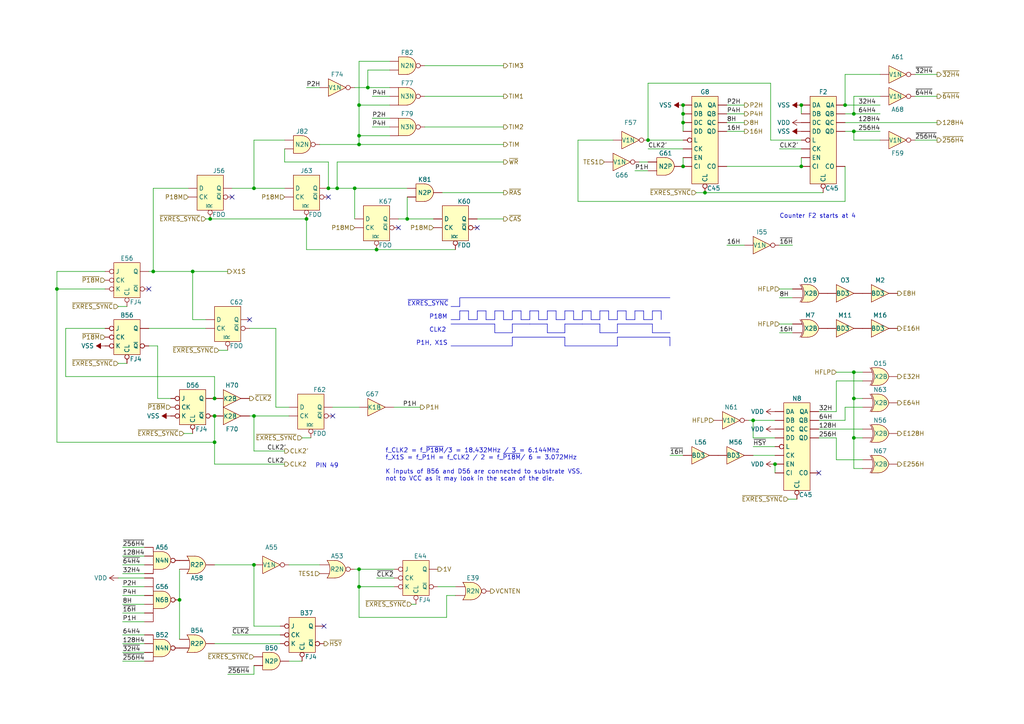
<source format=kicad_sch>
(kicad_sch (version 20230121) (generator eeschema)
  (paper "A4")
  (title_block (title "Konami 007782") (date "2023-08-09") (company "Ulf Skutnabba, twitter: @skutis77"))
  (lib_symbols
    (symbol "ga_fujitsu_av:BD3"
      (property "Reference" "U" (at 0 3.81 0))
      (property "Value" "BD3" (at -0.635 0 0))
      (symbol "BD3_1_1"
        (polyline (pts (xy -2.54 2.54) (xy -2.54 -2.54) (xy 2.54 0) (xy -2.54 2.54)) (fill (type background)))
        (pin input line (at -5.08 0 0) (length 2.54) (name "") (number ""))
        (pin output line (at 5.08 0 180) (length 2.54) (name "") (number ""))
      )
    )
    (symbol "ga_fujitsu_av:C45"
      (property "Reference" "U" (at 0 13.97 0))
      (property "Value" "C45" (at 2.54 -13.97 0))
      (symbol "C45_1_1"
        (rectangle (start -3.81 12.7) (end 3.81 -12.7) (fill (type background)))
        (pin input line (at -6.35 -7.62 0) (length 2.54) (name "CI") (number ""))
        (pin input line (at -6.35 -2.54 0) (length 2.54) (name "CK") (number ""))
        (pin input inverted (at 0 -15.24 90) (length 2.54) (name "CL") (number ""))
        (pin output line (at 6.35 -7.62 180) (length 2.54) (name "CO") (number ""))
        (pin input line (at -6.35 10.16 0) (length 2.54) (name "DA") (number ""))
        (pin input line (at -6.35 7.62 0) (length 2.54) (name "DB") (number ""))
        (pin input line (at -6.35 5.08 0) (length 2.54) (name "DC") (number ""))
        (pin input line (at -6.35 2.54 0) (length 2.54) (name "DD") (number ""))
        (pin input line (at -6.35 -5.08 0) (length 2.54) (name "EN") (number ""))
        (pin input inverted (at -6.35 0 0) (length 2.54) (name "L") (number ""))
        (pin output line (at 6.35 10.16 180) (length 2.54) (name "QA") (number ""))
        (pin output line (at 6.35 7.62 180) (length 2.54) (name "QB") (number ""))
        (pin output line (at 6.35 5.08 180) (length 2.54) (name "QC") (number ""))
        (pin output line (at 6.35 2.54 180) (length 2.54) (name "QD") (number ""))
      )
    )
    (symbol "ga_fujitsu_av:FDO"
      (property "Reference" "U" (at 2.54 6.35 0))
      (property "Value" "FDO" (at 2.54 -6.35 0))
      (symbol "FDO_1_1"
        (rectangle (start -3.81 5.08) (end 3.81 -5.08) (fill (type background)))
        (pin input line (at -6.35 -1.27 0) (length 2.54) (name "CK") (number ""))
        (pin input line (at -6.35 1.27 0) (length 2.54) (name "D") (number ""))
        (pin output line (at 6.35 1.27 180) (length 2.54) (name "Q") (number ""))
        (pin output inverted (at 6.35 -1.27 180) (length 2.54) (name "~{Q}") (number ""))
        (pin input inverted (at 0 -7.62 90) (length 2.54) (name "~{R}") (number ""))
      )
    )
    (symbol "ga_fujitsu_av:FJ4"
      (property "Reference" "U" (at 1.27 5.08 0))
      (property "Value" "FJ4" (at 2.54 -7.62 0))
      (symbol "FJ4_1_1"
        (rectangle (start -3.81 3.81) (end 3.81 -6.35) (fill (type background)))
        (pin input inverted (at -6.35 -1.27 0) (length 2.54) (name "CK") (number ""))
        (pin input inverted (at 0 -8.89 90) (length 2.54) (name "CL") (number ""))
        (pin input inverted (at -6.35 1.27 0) (length 2.54) (name "J") (number ""))
        (pin input inverted (at -6.35 -3.81 0) (length 2.54) (name "K") (number ""))
        (pin output line (at 6.35 1.27 180) (length 2.54) (name "Q") (number ""))
        (pin output inverted (at 6.35 -3.81 180) (length 2.54) (name "~{Q}") (number ""))
      )
    )
    (symbol "ga_fujitsu_av:K1B"
      (property "Reference" "U" (at -1.27 3.81 0))
      (property "Value" "K1B" (at -0.6412 -0.0298 0))
      (symbol "K1B_1_1"
        (polyline (pts (xy -2.54 2.54) (xy -2.54 -2.54) (xy 2.54 0) (xy -2.54 2.54)) (fill (type background)))
        (pin input line (at -5.08 0 0) (length 2.54) (name "") (number ""))
        (pin output line (at 5.08 0 180) (length 2.54) (name "") (number ""))
      )
    )
    (symbol "ga_fujitsu_av:K2B"
      (property "Reference" "U" (at 0 3.81 0))
      (property "Value" "K2B" (at -0.5535 -0.0832 0))
      (symbol "K2B_1_1"
        (polyline (pts (xy -2.54 2.54) (xy -2.54 -2.54) (xy 2.54 0) (xy -2.54 2.54)) (fill (type background)))
        (pin input line (at -5.08 0 0) (length 2.54) (name "") (number ""))
        (pin output line (at 5.08 0 180) (length 2.54) (name "") (number ""))
      )
    )
    (symbol "ga_fujitsu_av:N2N"
      (property "Reference" "U" (at 0 3.81 0))
      (property "Value" "N2N" (at 0 0 0))
      (symbol "N2N_1_1"
        (arc (start 0 -2.54) (mid 1.7263 -1.7263) (end 2.54 0) (fill (type background)))
        (polyline (pts (xy 0 2.54) (xy -2.54 2.54) (xy -2.54 -2.54) (xy 0 -2.54)) (fill (type background)))
        (arc (start 2.54 0) (mid 1.7961 1.7961) (end 0 2.54) (fill (type background)))
        (pin input line (at -5.08 -1.27 0) (length 2.54) (name "") (number ""))
        (pin input line (at -5.08 1.27 0) (length 2.54) (name "") (number ""))
        (pin output inverted (at 5.08 0 180) (length 2.54) (name "") (number ""))
      )
    )
    (symbol "ga_fujitsu_av:N2P"
      (property "Reference" "U" (at 0 3.81 0))
      (property "Value" "N2P" (at 0 0 0))
      (symbol "N2P_1_1"
        (arc (start 0 -2.54) (mid 1.7263 -1.7263) (end 2.54 0) (fill (type background)))
        (polyline (pts (xy 0 2.54) (xy -2.54 2.54) (xy -2.54 -2.54) (xy 0 -2.54)) (fill (type background)))
        (arc (start 2.54 0) (mid 1.7961 1.7961) (end 0 2.54) (fill (type background)))
        (pin input line (at -5.08 -1.27 0) (length 2.54) (name "") (number ""))
        (pin input line (at -5.08 1.27 0) (length 2.54) (name "") (number ""))
        (pin output line (at 5.08 0 180) (length 2.54) (name "") (number ""))
      )
    )
    (symbol "ga_fujitsu_av:N3N"
      (property "Reference" "U" (at -1.27 3.81 0))
      (property "Value" "N3N" (at 2.54 3.81 0))
      (symbol "N3N_1_1"
        (arc (start 0 -2.54) (mid 1.7263 -1.7263) (end 2.54 0) (fill (type background)))
        (polyline (pts (xy 0 2.54) (xy -2.54 2.54) (xy -2.54 -2.54) (xy 0 -2.54)) (fill (type background)))
        (arc (start 2.54 0) (mid 1.7961 1.7961) (end 0 2.54) (fill (type background)))
        (pin input line (at -5.08 -2.54 0) (length 2.54) (name "") (number ""))
        (pin input line (at -5.08 0 0) (length 2.54) (name "") (number ""))
        (pin input line (at -5.08 2.54 0) (length 2.54) (name "") (number ""))
        (pin output inverted (at 5.08 0 180) (length 2.54) (name "") (number ""))
      )
    )
    (symbol "ga_fujitsu_av:N4N"
      (property "Reference" "U" (at 1.27 3.81 0))
      (property "Value" "N4N" (at 1.27 0 0))
      (symbol "N4N_0_1"
        (polyline (pts (xy -1.27 -2.54) (xy -1.27 -3.81)))
        (polyline (pts (xy -1.27 2.54) (xy -1.27 3.81)))
      )
      (symbol "N4N_1_1"
        (polyline (pts (xy 1.27 2.54) (xy -1.27 2.54) (xy -1.27 -2.54) (xy 1.27 -2.54)) (fill (type background)))
        (arc (start 1.27 -2.54) (mid 2.9963 -1.7263) (end 3.81 0) (fill (type background)))
        (arc (start 3.81 0) (mid 3.0661 1.7961) (end 1.27 2.54) (fill (type background)))
        (pin input line (at -3.81 -3.81 0) (length 2.54) (name "") (number ""))
        (pin input line (at -3.81 -1.27 0) (length 2.54) (name "") (number ""))
        (pin input line (at -3.81 1.27 0) (length 2.54) (name "") (number ""))
        (pin input line (at -3.81 3.81 0) (length 2.54) (name "") (number ""))
        (pin output inverted (at 6.35 0 180) (length 2.54) (name "") (number ""))
      )
    )
    (symbol "ga_fujitsu_av:N6B"
      (property "Reference" "U" (at 1.27 3.81 0))
      (property "Value" "N6B" (at 2.54 0 0))
      (symbol "N6B_0_1"
        (polyline (pts (xy 0 -6.35) (xy 0 6.35)))
      )
      (symbol "N6B_1_1"
        (polyline (pts (xy 2.54 2.54) (xy 0 2.54) (xy 0 -2.54) (xy 2.54 -2.54)) (fill (type background)))
        (arc (start 2.54 -2.54) (mid 4.2663 -1.7263) (end 5.08 0) (fill (type background)))
        (arc (start 5.08 0) (mid 4.3361 1.7961) (end 2.54 2.54) (fill (type background)))
        (pin input line (at -2.54 -6.35 0) (length 2.54) (name "") (number ""))
        (pin input line (at -2.54 -3.81 0) (length 2.54) (name "") (number ""))
        (pin input line (at -2.54 -1.27 0) (length 2.54) (name "") (number ""))
        (pin input line (at -2.54 1.27 0) (length 2.54) (name "") (number ""))
        (pin input line (at -2.54 3.81 0) (length 2.54) (name "") (number ""))
        (pin input line (at -2.54 6.35 0) (length 2.54) (name "") (number ""))
        (pin output inverted (at 7.62 0 180) (length 2.54) (name "") (number ""))
      )
    )
    (symbol "ga_fujitsu_av:R2N"
      (property "Reference" "U" (at 0 3.81 0))
      (property "Value" "R2N" (at 0 0 0))
      (symbol "R2N_1_1"
        (arc (start -2.9127 -2.5398) (mid -2.0762 0.0001) (end -2.9129 2.54))
        (arc (start -0.635 -2.54) (mid 1.3992 -1.8283) (end 2.54 0) (fill (type background)))
        (polyline (pts (xy -0.635 -2.54) (xy -2.921 -2.54)) (fill (type outline)))
        (polyline (pts (xy -0.635 2.54) (xy -2.921 2.54)) (fill (type background)))
        (polyline (pts (xy -0.635 2.54) (xy -2.921 2.54) (xy -2.54 1.905) (xy -2.286 1.27) (xy -2.159 0.762) (xy -2.1082 0.4572) (xy -2.0828 0.1778) (xy -2.0828 -0.127) (xy -2.1336 -0.6604) (xy -2.2098 -1.016) (xy -2.3114 -1.3716) (xy -2.4384 -1.6764) (xy -2.6162 -2.0574) (xy -2.794 -2.3368) (xy -2.921 -2.54) (xy -0.635 -2.54)) (stroke (width -0.0001)) (fill (type background)))
        (arc (start 2.54 0) (mid 1.3994 1.8287) (end -0.635 2.54) (fill (type background)))
        (pin input line (at -5.08 -1.27 0) (length 2.794) (name "") (number ""))
        (pin input line (at -5.08 1.27 0) (length 2.794) (name "") (number ""))
        (pin output inverted (at 5.08 0 180) (length 2.54) (name "") (number ""))
      )
    )
    (symbol "ga_fujitsu_av:R2P"
      (property "Reference" "U" (at 0 3.81 0))
      (property "Value" "R2P" (at 0 0 0))
      (symbol "R2P_1_1"
        (arc (start -2.9127 -2.5398) (mid -2.0762 0.0001) (end -2.9129 2.54))
        (arc (start -0.635 -2.54) (mid 1.3992 -1.8283) (end 2.54 0) (fill (type background)))
        (polyline (pts (xy -0.635 -2.54) (xy -2.921 -2.54)) (fill (type outline)))
        (polyline (pts (xy -0.635 2.54) (xy -2.921 2.54)) (fill (type background)))
        (polyline (pts (xy -0.635 2.54) (xy -2.921 2.54) (xy -2.54 1.905) (xy -2.286 1.27) (xy -2.159 0.762) (xy -2.1082 0.4572) (xy -2.0828 0.1778) (xy -2.0828 -0.127) (xy -2.1336 -0.6604) (xy -2.2098 -1.016) (xy -2.3114 -1.3716) (xy -2.4384 -1.6764) (xy -2.6162 -2.0574) (xy -2.794 -2.3368) (xy -2.921 -2.54) (xy -0.635 -2.54)) (stroke (width -0.0001)) (fill (type background)))
        (arc (start 2.54 0) (mid 1.3994 1.8287) (end -0.635 2.54) (fill (type background)))
        (pin input line (at -5.08 -1.27 0) (length 2.794) (name "") (number ""))
        (pin input line (at -5.08 1.27 0) (length 2.794) (name "") (number ""))
        (pin output line (at 5.08 0 180) (length 2.54) (name "") (number ""))
      )
    )
    (symbol "ga_fujitsu_av:V1N"
      (property "Reference" "U" (at 0 2.54 0))
      (property "Value" "V1N" (at 0 -3.81 0))
      (symbol "V1N_1_1"
        (polyline (pts (xy -2.54 2.54) (xy -2.54 -2.54) (xy 2.54 0) (xy -2.54 2.54)) (fill (type background)))
        (pin input line (at -5.08 0 0) (length 2.54) (name "") (number ""))
        (pin output inverted (at 5.08 0 180) (length 2.54) (name "") (number ""))
      )
    )
    (symbol "ga_fujitsu_av:X2B"
      (property "Reference" "U" (at 0 3.81 0))
      (property "Value" "X2B" (at 0.254 0 0))
      (symbol "X2B_1_1"
        (arc (start -2.9127 -2.5398) (mid -2.0762 0.0001) (end -2.9129 2.54))
        (arc (start -2.54 -2.54) (mid -1.7035 -0.0001) (end -2.5402 2.5398))
        (arc (start -0.635 -2.54) (mid 1.3992 -1.8283) (end 2.54 0) (fill (type background)))
        (polyline (pts (xy -0.635 -2.54) (xy -2.54 -2.54)) (fill (type outline)))
        (polyline (pts (xy -0.635 2.54) (xy -2.54 2.54)) (fill (type background)))
        (polyline (pts (xy -0.635 2.54) (xy -2.54 2.54) (xy -2.159 1.905) (xy -1.905 1.27) (xy -1.778 0.762) (xy -1.7272 0.4572) (xy -1.7018 0.1778) (xy -1.7018 -0.127) (xy -1.7526 -0.6604) (xy -1.8288 -1.016) (xy -1.9304 -1.3716) (xy -2.0574 -1.6764) (xy -2.2352 -2.0574) (xy -2.413 -2.3368) (xy -2.54 -2.54) (xy -0.635 -2.54)) (stroke (width -0.0001)) (fill (type background)))
        (arc (start 2.54 0) (mid 1.3994 1.8287) (end -0.635 2.54) (fill (type background)))
        (pin input line (at -5.08 -1.27 0) (length 2.794) (name "") (number ""))
        (pin input line (at -5.08 1.27 0) (length 2.794) (name "") (number ""))
        (pin output line (at 5.08 0 180) (length 2.54) (name "") (number ""))
      )
    )
    (symbol "power:VDD" (power) (pin_names (offset 0))
      (property "Value" "VDD" (at 0 3.81 0))
      (symbol "VDD_0_1"
        (polyline (pts (xy -0.762 1.27) (xy 0 2.54)))
        (polyline (pts (xy 0 0) (xy 0 2.54)))
        (polyline (pts (xy 0 2.54) (xy 0.762 1.27)))
      )
      (symbol "VDD_1_1"
        (pin power_in line (at 0 0 90) (length 0) hide (name "VDD") (number "1"))
      )
    )
    (symbol "power:VSS" (power) (pin_names (offset 0))
      (property "Value" "VSS" (at 0 3.81 0))
      (symbol "VSS_0_1"
        (polyline (pts (xy 0 0) (xy 0 2.54)))
        (polyline (pts (xy 0.762 1.27) (xy -0.762 1.27) (xy 0 2.54) (xy 0.762 1.27)) (fill (type outline)))
      )
      (symbol "VSS_1_1"
        (pin power_in line (at 0 0 90) (length 0) hide (name "VSS") (number "1"))
      )
    )
  )
  (junction (at 198.12 30.48))
  (junction (at 198.12 48.26))
  (junction (at 198.12 35.56))
  (junction (at 109.22 72.39))
  (junction (at 118.11 63.5))
  (junction (at 62.23 115.57))
  (junction (at 247.65 107.95))
  (junction (at 104.14 170.18))
  (junction (at 55.88 78.74))
  (junction (at 247.65 33.02))
  (junction (at 73.66 163.83))
  (junction (at 88.9 63.5))
  (junction (at 247.65 38.1))
  (junction (at 204.47 55.88))
  (junction (at 104.14 30.48))
  (junction (at 16.51 83.82))
  (junction (at 247.65 127))
  (junction (at 104.14 41.91))
  (junction (at 95.25 54.61))
  (junction (at 187.96 40.64))
  (junction (at 60.96 63.5))
  (junction (at 232.41 30.48))
  (junction (at 62.23 128.27))
  (junction (at 218.44 121.92))
  (junction (at 104.14 39.37))
  (junction (at 224.79 134.62))
  (junction (at 97.79 54.61))
  (junction (at 245.11 30.48))
  (junction (at 62.23 120.65))
  (junction (at 73.66 54.61))
  (junction (at 102.87 54.61))
  (junction (at 106.68 25.4))
  (junction (at 232.41 48.26))
  (junction (at 198.12 33.02))
  (junction (at 52.07 173.99))
  (junction (at 104.14 165.1))
  (junction (at 44.45 78.74))
  (junction (at 73.66 120.65))
  (junction (at 247.65 115.57))
  (no_connect (at 115.57 66.04))
  (no_connect (at 93.98 181.61))
  (no_connect (at 72.39 92.71))
  (no_connect (at 138.43 66.04))
  (no_connect (at 237.49 137.16))
  (no_connect (at 95.25 57.15))
  (no_connect (at 43.18 83.82))
  (no_connect (at 67.31 57.15))
  (no_connect (at 96.52 120.65))
  (polyline (pts (xy 133.35 88.9) (xy 133.35 86.36)))
  (wire (pts (xy 35.56 170.18) (xy 41.91 170.18)))
  (wire (pts (xy 35.56 175.26) (xy 41.91 175.26)))
  (wire (pts (xy 59.69 63.5) (xy 60.96 63.5)))
  (wire (pts (xy 245.11 30.48) (xy 255.27 30.48)))
  (wire (pts (xy 102.87 54.61) (xy 118.11 54.61)))
  (wire (pts (xy 242.57 119.38) (xy 242.57 110.49)))
  (wire (pts (xy 167.64 58.42) (xy 245.11 58.42)))
  (wire (pts (xy 95.25 54.61) (xy 95.25 46.99)))
  (wire (pts (xy 16.51 83.82) (xy 30.48 83.82)))
  (wire (pts (xy 198.12 33.02) (xy 198.12 35.56)))
  (wire (pts (xy 63.5 101.6) (xy 66.04 101.6)))
  (polyline (pts (xy 184.15 92.71) (xy 184.15 90.17)))
  (polyline (pts (xy 148.59 93.98) (xy 153.67 93.98)))
  (wire (pts (xy 187.96 43.18) (xy 198.12 43.18)))
  (wire (pts (xy 67.31 54.61) (xy 73.66 54.61)))
  (wire (pts (xy 218.44 129.54) (xy 224.79 129.54)))
  (wire (pts (xy 123.19 27.94) (xy 146.05 27.94)))
  (wire (pts (xy 35.56 186.69) (xy 41.91 186.69)))
  (wire (pts (xy 226.06 86.36) (xy 229.87 86.36)))
  (wire (pts (xy 245.11 121.92) (xy 245.11 118.11)))
  (wire (pts (xy 35.56 172.72) (xy 41.91 172.72)))
  (wire (pts (xy 62.23 120.65) (xy 62.23 128.27)))
  (wire (pts (xy 102.87 54.61) (xy 102.87 63.5)))
  (polyline (pts (xy 153.67 90.17) (xy 156.21 90.17)))
  (wire (pts (xy 80.01 118.11) (xy 83.82 118.11)))
  (polyline (pts (xy 179.07 97.79) (xy 194.31 97.79)))
  (wire (pts (xy 242.57 107.95) (xy 247.65 107.95)))
  (wire (pts (xy 52.07 173.99) (xy 52.07 185.42)))
  (wire (pts (xy 201.93 55.88) (xy 204.47 55.88)))
  (polyline (pts (xy 151.13 90.17) (xy 151.13 92.71)))
  (wire (pts (xy 104.14 170.18) (xy 114.3 170.18)))
  (wire (pts (xy 97.79 54.61) (xy 97.79 46.99)))
  (wire (pts (xy 104.14 39.37) (xy 104.14 30.48)))
  (wire (pts (xy 247.65 27.94) (xy 247.65 33.02)))
  (polyline (pts (xy 135.89 92.71) (xy 138.43 92.71)))
  (polyline (pts (xy 148.59 93.98) (xy 148.59 96.52)))
  (polyline (pts (xy 143.51 93.98) (xy 143.51 96.52)))
  (wire (pts (xy 247.65 40.64) (xy 255.27 40.64)))
  (wire (pts (xy 187.96 40.64) (xy 198.12 40.64)))
  (wire (pts (xy 95.25 54.61) (xy 97.79 54.61)))
  (wire (pts (xy 245.11 38.1) (xy 247.65 38.1)))
  (wire (pts (xy 107.95 34.29) (xy 113.03 34.29)))
  (polyline (pts (xy 181.61 92.71) (xy 184.15 92.71)))
  (polyline (pts (xy 186.69 92.71) (xy 189.23 92.71)))
  (wire (pts (xy 55.88 78.74) (xy 55.88 92.71)))
  (polyline (pts (xy 138.43 92.71) (xy 138.43 90.17)))
  (wire (pts (xy 218.44 127) (xy 224.79 127)))
  (wire (pts (xy 35.56 180.34) (xy 41.91 180.34)))
  (wire (pts (xy 114.3 118.11) (xy 121.92 118.11)))
  (wire (pts (xy 109.22 72.39) (xy 132.08 72.39)))
  (wire (pts (xy 92.71 41.91) (xy 104.14 41.91)))
  (wire (pts (xy 210.82 35.56) (xy 215.9 35.56)))
  (wire (pts (xy 250.19 115.57) (xy 247.65 115.57)))
  (wire (pts (xy 104.14 165.1) (xy 114.3 165.1)))
  (wire (pts (xy 247.65 38.1) (xy 247.65 40.64)))
  (wire (pts (xy 62.23 128.27) (xy 16.51 128.27)))
  (wire (pts (xy 87.63 127) (xy 90.17 127)))
  (wire (pts (xy 80.01 95.25) (xy 80.01 118.11)))
  (wire (pts (xy 43.18 95.25) (xy 59.69 95.25)))
  (wire (pts (xy 123.19 36.83) (xy 146.05 36.83)))
  (wire (pts (xy 34.29 88.9) (xy 36.83 88.9)))
  (wire (pts (xy 35.56 184.15) (xy 41.91 184.15)))
  (wire (pts (xy 53.34 125.73) (xy 55.88 125.73)))
  (wire (pts (xy 104.14 30.48) (xy 113.03 30.48)))
  (polyline (pts (xy 163.83 100.33) (xy 179.07 100.33)))
  (wire (pts (xy 218.44 121.92) (xy 224.79 121.92)))
  (polyline (pts (xy 166.37 92.71) (xy 168.91 92.71)))
  (polyline (pts (xy 173.99 92.71) (xy 173.99 90.17)))
  (wire (pts (xy 226.06 93.98) (xy 229.87 93.98)))
  (wire (pts (xy 102.87 165.1) (xy 104.14 165.1)))
  (wire (pts (xy 82.55 40.64) (xy 73.66 40.64)))
  (wire (pts (xy 210.82 71.12) (xy 215.9 71.12)))
  (polyline (pts (xy 158.75 93.98) (xy 158.75 96.52)))
  (wire (pts (xy 106.68 25.4) (xy 106.68 20.32)))
  (polyline (pts (xy 130.81 92.71) (xy 133.35 92.71)))
  (polyline (pts (xy 171.45 90.17) (xy 171.45 92.71)))
  (wire (pts (xy 88.9 25.4) (xy 92.71 25.4)))
  (polyline (pts (xy 151.13 92.71) (xy 153.67 92.71)))
  (wire (pts (xy 247.65 38.1) (xy 255.27 38.1)))
  (wire (pts (xy 83.82 163.83) (xy 92.71 163.83)))
  (wire (pts (xy 67.31 184.15) (xy 81.28 184.15)))
  (wire (pts (xy 265.43 27.94) (xy 271.78 27.94)))
  (wire (pts (xy 242.57 127) (xy 237.49 127)))
  (wire (pts (xy 34.29 167.64) (xy 41.91 167.64)))
  (polyline (pts (xy 179.07 100.33) (xy 179.07 97.79)))
  (wire (pts (xy 138.43 63.5) (xy 146.05 63.5)))
  (wire (pts (xy 242.57 133.35) (xy 242.57 127)))
  (wire (pts (xy 247.65 115.57) (xy 247.65 127)))
  (wire (pts (xy 113.03 17.78) (xy 104.14 17.78)))
  (wire (pts (xy 35.56 189.23) (xy 41.91 189.23)))
  (wire (pts (xy 132.08 172.72) (xy 129.54 172.72)))
  (polyline (pts (xy 158.75 92.71) (xy 158.75 90.17)))
  (wire (pts (xy 73.66 120.65) (xy 72.39 120.65)))
  (wire (pts (xy 210.82 33.02) (xy 215.9 33.02)))
  (wire (pts (xy 66.04 195.58) (xy 73.66 195.58)))
  (wire (pts (xy 97.79 46.99) (xy 146.05 46.99)))
  (wire (pts (xy 223.52 40.64) (xy 232.41 40.64)))
  (wire (pts (xy 45.72 100.33) (xy 45.72 115.57)))
  (wire (pts (xy 104.14 179.07) (xy 104.14 170.18)))
  (wire (pts (xy 35.56 191.77) (xy 41.91 191.77)))
  (wire (pts (xy 73.66 120.65) (xy 83.82 120.65)))
  (polyline (pts (xy 179.07 93.98) (xy 179.07 96.52)))
  (polyline (pts (xy 173.99 90.17) (xy 176.53 90.17)))
  (polyline (pts (xy 140.97 92.71) (xy 143.51 92.71)))
  (polyline (pts (xy 163.83 97.79) (xy 163.83 100.33)))
  (wire (pts (xy 35.56 166.37) (xy 41.91 166.37)))
  (wire (pts (xy 245.11 118.11) (xy 250.19 118.11)))
  (wire (pts (xy 265.43 21.59) (xy 271.78 21.59)))
  (wire (pts (xy 123.19 19.05) (xy 146.05 19.05)))
  (wire (pts (xy 247.65 107.95) (xy 247.65 115.57)))
  (wire (pts (xy 185.42 46.99) (xy 187.96 46.99)))
  (wire (pts (xy 102.87 25.4) (xy 106.68 25.4)))
  (wire (pts (xy 210.82 48.26) (xy 232.41 48.26)))
  (polyline (pts (xy 168.91 92.71) (xy 168.91 90.17)))
  (wire (pts (xy 44.45 78.74) (xy 44.45 54.61)))
  (wire (pts (xy 245.11 35.56) (xy 271.78 35.56)))
  (polyline (pts (xy 133.35 90.17) (xy 135.89 90.17)))
  (wire (pts (xy 218.44 121.92) (xy 218.44 127)))
  (wire (pts (xy 232.41 45.72) (xy 232.41 48.26)))
  (polyline (pts (xy 143.51 96.52) (xy 148.59 96.52)))
  (wire (pts (xy 104.14 39.37) (xy 113.03 39.37)))
  (wire (pts (xy 129.54 179.07) (xy 104.14 179.07)))
  (polyline (pts (xy 146.05 92.71) (xy 148.59 92.71)))
  (wire (pts (xy 167.64 40.64) (xy 177.8 40.64)))
  (wire (pts (xy 226.06 96.52) (xy 229.87 96.52)))
  (polyline (pts (xy 133.35 92.71) (xy 133.35 90.17)))
  (polyline (pts (xy 156.21 92.71) (xy 158.75 92.71)))
  (wire (pts (xy 226.06 43.18) (xy 232.41 43.18)))
  (wire (pts (xy 224.79 134.62) (xy 224.79 137.16)))
  (polyline (pts (xy 173.99 96.52) (xy 179.07 96.52)))
  (wire (pts (xy 104.14 41.91) (xy 146.05 41.91)))
  (wire (pts (xy 62.23 134.62) (xy 82.55 134.62)))
  (polyline (pts (xy 143.51 92.71) (xy 143.51 90.17)))
  (wire (pts (xy 104.14 165.1) (xy 104.14 170.18)))
  (wire (pts (xy 44.45 78.74) (xy 55.88 78.74)))
  (wire (pts (xy 62.23 163.83) (xy 73.66 163.83)))
  (polyline (pts (xy 130.81 93.98) (xy 143.51 93.98)))
  (wire (pts (xy 187.96 24.13) (xy 223.52 24.13)))
  (polyline (pts (xy 189.23 96.52) (xy 194.31 96.52)))
  (wire (pts (xy 118.11 63.5) (xy 125.73 63.5)))
  (wire (pts (xy 96.52 118.11) (xy 104.14 118.11)))
  (polyline (pts (xy 163.83 90.17) (xy 166.37 90.17)))
  (polyline (pts (xy 158.75 96.52) (xy 163.83 96.52)))
  (wire (pts (xy 73.66 130.81) (xy 82.55 130.81)))
  (wire (pts (xy 107.95 36.83) (xy 113.03 36.83)))
  (wire (pts (xy 194.31 132.08) (xy 198.12 132.08)))
  (wire (pts (xy 44.45 54.61) (xy 54.61 54.61)))
  (wire (pts (xy 104.14 17.78) (xy 104.14 30.48)))
  (wire (pts (xy 247.65 135.89) (xy 250.19 135.89)))
  (wire (pts (xy 119.38 175.26) (xy 120.65 175.26)))
  (wire (pts (xy 43.18 100.33) (xy 45.72 100.33)))
  (polyline (pts (xy 153.67 93.98) (xy 158.75 93.98)))
  (polyline (pts (xy 148.59 100.33) (xy 148.59 97.79)))
  (polyline (pts (xy 179.07 90.17) (xy 181.61 90.17)))
  (wire (pts (xy 73.66 120.65) (xy 73.66 130.81)))
  (polyline (pts (xy 173.99 93.98) (xy 173.99 96.52)))
  (wire (pts (xy 35.56 163.83) (xy 41.91 163.83)))
  (wire (pts (xy 187.96 40.64) (xy 187.96 24.13)))
  (polyline (pts (xy 130.81 88.9) (xy 133.35 88.9)))
  (wire (pts (xy 73.66 195.58) (xy 73.66 193.04)))
  (wire (pts (xy 223.52 24.13) (xy 223.52 40.64)))
  (polyline (pts (xy 148.59 97.79) (xy 163.83 97.79)))
  (wire (pts (xy 265.43 40.64) (xy 271.78 40.64)))
  (wire (pts (xy 19.05 95.25) (xy 30.48 95.25)))
  (wire (pts (xy 242.57 133.35) (xy 250.19 133.35)))
  (polyline (pts (xy 143.51 90.17) (xy 146.05 90.17)))
  (wire (pts (xy 228.6 144.78) (xy 231.14 144.78)))
  (wire (pts (xy 34.29 105.41) (xy 36.83 105.41)))
  (wire (pts (xy 226.06 83.82) (xy 229.87 83.82)))
  (wire (pts (xy 198.12 30.48) (xy 198.12 33.02)))
  (wire (pts (xy 83.82 191.77) (xy 87.63 191.77)))
  (wire (pts (xy 35.56 158.75) (xy 41.91 158.75)))
  (wire (pts (xy 247.65 107.95) (xy 250.19 107.95)))
  (polyline (pts (xy 166.37 90.17) (xy 166.37 92.71)))
  (wire (pts (xy 35.56 177.8) (xy 41.91 177.8)))
  (wire (pts (xy 127 170.18) (xy 132.08 170.18)))
  (wire (pts (xy 104.14 39.37) (xy 104.14 41.91)))
  (wire (pts (xy 242.57 110.49) (xy 250.19 110.49)))
  (wire (pts (xy 80.01 95.25) (xy 72.39 95.25)))
  (wire (pts (xy 45.72 115.57) (xy 49.53 115.57)))
  (polyline (pts (xy 163.83 93.98) (xy 163.83 96.52)))
  (wire (pts (xy 73.66 163.83) (xy 73.66 181.61)))
  (polyline (pts (xy 168.91 93.98) (xy 173.99 93.98)))
  (polyline (pts (xy 179.07 92.71) (xy 179.07 90.17)))
  (polyline (pts (xy 191.77 90.17) (xy 191.77 92.71)))
  (polyline (pts (xy 135.89 90.17) (xy 135.89 92.71)))
  (polyline (pts (xy 148.59 90.17) (xy 151.13 90.17)))
  (wire (pts (xy 118.11 57.15) (xy 118.11 63.5)))
  (wire (pts (xy 247.65 27.94) (xy 255.27 27.94)))
  (polyline (pts (xy 146.05 90.17) (xy 146.05 92.71)))
  (wire (pts (xy 109.22 167.64) (xy 114.3 167.64)))
  (wire (pts (xy 52.07 165.1) (xy 52.07 173.99)))
  (wire (pts (xy 226.06 71.12) (xy 229.87 71.12)))
  (polyline (pts (xy 140.97 90.17) (xy 140.97 92.71)))
  (wire (pts (xy 198.12 35.56) (xy 198.12 38.1)))
  (wire (pts (xy 30.48 78.74) (xy 16.51 78.74)))
  (wire (pts (xy 73.66 54.61) (xy 82.55 54.61)))
  (wire (pts (xy 167.64 40.64) (xy 167.64 58.42)))
  (polyline (pts (xy 161.29 90.17) (xy 161.29 92.71)))
  (polyline (pts (xy 194.31 97.79) (xy 194.31 100.33)))
  (polyline (pts (xy 156.21 90.17) (xy 156.21 92.71)))
  (wire (pts (xy 97.79 54.61) (xy 102.87 54.61)))
  (wire (pts (xy 55.88 92.71) (xy 59.69 92.71)))
  (wire (pts (xy 245.11 21.59) (xy 245.11 30.48)))
  (wire (pts (xy 62.23 115.57) (xy 62.23 109.22)))
  (polyline (pts (xy 138.43 90.17) (xy 140.97 90.17)))
  (polyline (pts (xy 163.83 93.98) (xy 168.91 93.98)))
  (wire (pts (xy 204.47 55.88) (xy 238.76 55.88)))
  (wire (pts (xy 118.11 63.5) (xy 115.57 63.5)))
  (polyline (pts (xy 153.67 92.71) (xy 153.67 90.17)))
  (polyline (pts (xy 163.83 92.71) (xy 163.83 90.17)))
  (wire (pts (xy 247.65 127) (xy 250.19 127)))
  (polyline (pts (xy 130.81 100.33) (xy 148.59 100.33)))
  (polyline (pts (xy 176.53 90.17) (xy 176.53 92.71)))
  (wire (pts (xy 232.41 30.48) (xy 232.41 33.02)))
  (polyline (pts (xy 161.29 92.71) (xy 163.83 92.71)))
  (polyline (pts (xy 176.53 92.71) (xy 179.07 92.71)))
  (wire (pts (xy 237.49 124.46) (xy 250.19 124.46)))
  (wire (pts (xy 73.66 40.64) (xy 73.66 54.61)))
  (wire (pts (xy 88.9 72.39) (xy 109.22 72.39)))
  (wire (pts (xy 60.96 63.5) (xy 88.9 63.5)))
  (polyline (pts (xy 158.75 90.17) (xy 161.29 90.17)))
  (wire (pts (xy 88.9 63.5) (xy 88.9 72.39)))
  (wire (pts (xy 107.95 27.94) (xy 113.03 27.94)))
  (wire (pts (xy 106.68 20.32) (xy 113.03 20.32)))
  (wire (pts (xy 247.65 127) (xy 247.65 135.89)))
  (polyline (pts (xy 181.61 90.17) (xy 181.61 92.71)))
  (wire (pts (xy 218.44 132.08) (xy 224.79 132.08)))
  (wire (pts (xy 35.56 161.29) (xy 41.91 161.29)))
  (polyline (pts (xy 184.15 90.17) (xy 186.69 90.17)))
  (polyline (pts (xy 168.91 90.17) (xy 171.45 90.17)))
  (wire (pts (xy 43.18 78.74) (xy 44.45 78.74)))
  (wire (pts (xy 73.66 181.61) (xy 81.28 181.61)))
  (wire (pts (xy 82.55 46.99) (xy 82.55 43.18)))
  (wire (pts (xy 247.65 33.02) (xy 255.27 33.02)))
  (wire (pts (xy 245.11 58.42) (xy 245.11 48.26)))
  (wire (pts (xy 184.15 49.53) (xy 187.96 49.53)))
  (polyline (pts (xy 133.35 86.36) (xy 194.31 86.36)))
  (polyline (pts (xy 148.59 92.71) (xy 148.59 90.17)))
  (wire (pts (xy 128.27 55.88) (xy 146.05 55.88)))
  (polyline (pts (xy 189.23 93.98) (xy 189.23 96.52)))
  (wire (pts (xy 247.65 33.02) (xy 245.11 33.02)))
  (wire (pts (xy 62.23 186.69) (xy 81.28 186.69)))
  (wire (pts (xy 55.88 78.74) (xy 66.04 78.74)))
  (polyline (pts (xy 171.45 92.71) (xy 173.99 92.71)))
  (wire (pts (xy 129.54 172.72) (xy 129.54 179.07)))
  (wire (pts (xy 95.25 46.99) (xy 82.55 46.99)))
  (wire (pts (xy 106.68 25.4) (xy 113.03 25.4)))
  (wire (pts (xy 210.82 38.1) (xy 215.9 38.1)))
  (polyline (pts (xy 186.69 90.17) (xy 186.69 92.71)))
  (wire (pts (xy 237.49 121.92) (xy 245.11 121.92)))
  (wire (pts (xy 62.23 109.22) (xy 19.05 109.22)))
  (wire (pts (xy 16.51 83.82) (xy 16.51 128.27)))
  (wire (pts (xy 237.49 119.38) (xy 242.57 119.38)))
  (wire (pts (xy 19.05 109.22) (xy 19.05 95.25)))
  (wire (pts (xy 16.51 78.74) (xy 16.51 83.82)))
  (wire (pts (xy 210.82 30.48) (xy 215.9 30.48)))
  (polyline (pts (xy 189.23 90.17) (xy 191.77 90.17)))
  (wire (pts (xy 62.23 128.27) (xy 62.23 134.62)))
  (wire (pts (xy 245.11 21.59) (xy 255.27 21.59)))
  (polyline (pts (xy 179.07 93.98) (xy 189.23 93.98)))
  (wire (pts (xy 217.17 121.92) (xy 218.44 121.92)))
  (wire (pts (xy 198.12 48.26) (xy 198.12 45.72)))
  (polyline (pts (xy 189.23 92.71) (xy 189.23 90.17)))
  (text "PIN 49" (at 91.44 135.89 0) (effects (font (size 1.27 1.27)) (justify left bottom)))
  (text "f_CLK2 = f_~{P18M}/3 = 18.432MHz / 3 = 6.144Mhz\nf_X1S = f_P1H = f_CLK2 / 2 = f_~{P18M}/ 6 = 3.072MHz\n\nK inputs of B56 and D56 are connected to substrate VSS,\nnot to VCC as it may look in the scan of the die." (at 111.76 139.7 0) (effects (font (size 1.27 1.27)) (justify left bottom)))
  (text "P18M" (at 124.46 92.71 0) (effects (font (size 1.27 1.27)) (justify left bottom)))
  (text "~{EXRES_SYNC}" (at 118.11 88.9 0) (effects (font (size 1.27 1.27)) (justify left bottom)))
  (text "CLK2" (at 124.46 96.52 0) (effects (font (size 1.27 1.27)) (justify left bottom)))
  (text "Counter F2 starts at 4" (at 226.06 63.5 0) (effects (font (size 1.27 1.27)) (justify left bottom)))
  (text "P1H, X1S" (at 120.65 100.33 0) (effects (font (size 1.27 1.27)) (justify left bottom)))
  (label "~{CLK2}" (at 109.22 167.64 0))
  (label "~{32H4}" (at 35.56 189.23 0))
  (label "CLK2'" (at 77.47 130.81 0))
  (label "~{256H4}" (at 35.56 191.77 0))
  (label "P1H" (at 184.15 49.53 0))
  (label "~{256H4}" (at 66.04 195.58 0))
  (label "P1H" (at 116.84 118.11 0))
  (label "~{HSY}" (at 218.44 129.54 0))
  (label "256H4" (at 248.92 38.1 0))
  (label "128H4" (at 35.56 186.69 0))
  (label "128H" (at 237.49 124.46 0))
  (label "64H4" (at 248.92 33.02 0))
  (label "8H" (at 35.56 175.26 0))
  (label "256H" (at 237.49 127 0))
  (label "64H" (at 237.49 121.92 0))
  (label "16H" (at 226.06 96.52 0))
  (label "32H" (at 237.49 119.38 0))
  (label "~{16H}" (at 194.31 132.08 0))
  (label "16H" (at 210.82 71.12 0))
  (label "P1H" (at 35.56 180.34 0))
  (label "~{256H4}" (at 265.43 40.64 0))
  (label "~{32H4}" (at 265.43 21.59 0))
  (label "P4H" (at 35.56 172.72 0))
  (label "P2H" (at 88.9 25.4 0))
  (label "~{64H4}" (at 265.43 27.94 0))
  (label "P4H" (at 210.82 33.02 0))
  (label "128H4" (at 35.56 161.29 0))
  (label "P2H" (at 210.82 30.48 0))
  (label "CLK2" (at 77.47 134.62 0))
  (label "P2H" (at 35.56 170.18 0))
  (label "~{CLK2}" (at 67.31 184.15 0))
  (label "~{256H4}" (at 35.56 158.75 0))
  (label "32H4" (at 248.92 30.48 0))
  (label "16H" (at 210.82 38.1 0))
  (label "32H4" (at 35.56 166.37 0))
  (label "P2H" (at 107.95 34.29 0))
  (label "64H4" (at 35.56 184.15 0))
  (label "P4H" (at 107.95 36.83 0))
  (label "CLK2'" (at 226.06 43.18 0))
  (label "8H" (at 226.06 86.36 0))
  (label "P4H" (at 107.95 27.94 0))
  (label "CLK2'" (at 187.96 43.18 0))
  (label "128H4" (at 248.92 35.56 0))
  (label "~{16H}" (at 35.56 177.8 0))
  (label "8H" (at 210.82 35.56 0))
  (label "~{16H}" (at 226.06 71.12 0))
  (label "~{64H4}" (at 35.56 163.83 0))
  (hierarchical_label "~{EXRES_SYNC}" (shape input) (at 59.69 63.5 180))
  (hierarchical_label "HFLP" (shape input) (at 226.06 93.98 180))
  (hierarchical_label "~{64H4}" (shape output) (at 271.78 27.94 0))
  (hierarchical_label "P1H" (shape output) (at 121.92 118.11 0))
  (hierarchical_label "~{32H4}" (shape output) (at 271.78 21.59 0))
  (hierarchical_label "~{EXRES_SYNC}" (shape input) (at 73.66 190.5 180))
  (hierarchical_label "E64H" (shape output) (at 260.35 116.84 0))
  (hierarchical_label "TIM" (shape output) (at 146.05 41.91 0))
  (hierarchical_label "128H4" (shape output) (at 271.78 35.56 0))
  (hierarchical_label "HFLP" (shape input) (at 207.01 121.92 180))
  (hierarchical_label "X1S" (shape output) (at 66.04 78.74 0))
  (hierarchical_label "~{EXRES_SYNC}" (shape input) (at 201.93 55.88 180))
  (hierarchical_label "~{HSY}" (shape output) (at 93.98 186.69 0))
  (hierarchical_label "8H" (shape output) (at 215.9 35.56 0))
  (hierarchical_label "TES1" (shape input) (at 92.71 166.37 180))
  (hierarchical_label "~{EXRES_SYNC}" (shape input) (at 53.34 125.73 180))
  (hierarchical_label "P18M" (shape input) (at 54.61 57.15 180))
  (hierarchical_label "HFLP" (shape input) (at 226.06 83.82 180))
  (hierarchical_label "E256H" (shape output) (at 260.35 134.62 0))
  (hierarchical_label "~{CLK2}" (shape output) (at 72.39 115.57 0))
  (hierarchical_label "P18M" (shape input) (at 125.73 66.04 180))
  (hierarchical_label "~{EXRES_SYNC}" (shape input) (at 63.5 101.6 180))
  (hierarchical_label "~{P18M}" (shape input) (at 49.53 118.11 180))
  (hierarchical_label "E16H" (shape output) (at 260.35 95.25 0))
  (hierarchical_label "E8H" (shape output) (at 260.35 85.09 0))
  (hierarchical_label "~{CAS}" (shape output) (at 146.05 63.5 0))
  (hierarchical_label "~{256H4}" (shape output) (at 271.78 40.64 0))
  (hierarchical_label "CLK2'" (shape output) (at 82.55 130.81 0))
  (hierarchical_label "~{WR}" (shape output) (at 146.05 46.99 0))
  (hierarchical_label "~{EXRES_SYNC}" (shape input) (at 228.6 144.78 180))
  (hierarchical_label "16H" (shape output) (at 215.9 38.1 0))
  (hierarchical_label "~{RAS}" (shape output) (at 146.05 55.88 0))
  (hierarchical_label "1V" (shape output) (at 127 165.1 0))
  (hierarchical_label "P18M" (shape input) (at 82.55 57.15 180))
  (hierarchical_label "TIM3" (shape output) (at 146.05 19.05 0))
  (hierarchical_label "HFLP" (shape input) (at 242.57 107.95 180))
  (hierarchical_label "~{P18M}" (shape input) (at 30.48 97.79 180))
  (hierarchical_label "TES1" (shape input) (at 175.26 46.99 180))
  (hierarchical_label "TIM1" (shape output) (at 146.05 27.94 0))
  (hierarchical_label "E32H" (shape output) (at 260.35 109.22 0))
  (hierarchical_label "~{EXRES_SYNC}" (shape input) (at 87.63 127 180))
  (hierarchical_label "~{EXRES_SYNC}" (shape input) (at 34.29 88.9 180))
  (hierarchical_label "~{EXRES_SYNC}" (shape input) (at 34.29 105.41 180))
  (hierarchical_label "P2H" (shape output) (at 215.9 30.48 0))
  (hierarchical_label "P4H" (shape output) (at 215.9 33.02 0))
  (hierarchical_label "TIM2" (shape output) (at 146.05 36.83 0))
  (hierarchical_label "E128H" (shape output) (at 260.35 125.73 0))
  (hierarchical_label "~{P18M}" (shape input) (at 30.48 81.28 180))
  (hierarchical_label "~{EXRES_SYNC}" (shape input) (at 119.38 175.26 180))
  (hierarchical_label "CLK2" (shape output) (at 82.55 134.62 0))
  (hierarchical_label "VCNTEN" (shape output) (at 142.24 171.45 0))
  (hierarchical_label "P18M" (shape input) (at 102.87 66.04 180))
  (symbol (lib_id "ga_fujitsu_av:R2P") (at 57.15 186.69 0) (unit 1)
    (property "Reference" "B54" (at 57.15 182.88 0))
    (property "Value" "R2P" (at 57.15 186.69 0))
  )
  (symbol (lib_id "ga_fujitsu_av:V1N") (at 212.09 121.92 0) (unit 1)
    (property "Reference" "N61" (at 212.09 118.11 0))
    (property "Value" "V1N" (at 211.4609 121.9371 0))
  )
  (symbol (lib_id "ga_fujitsu_av:V1N") (at 260.35 40.64 0) (unit 1)
    (property "Reference" "F59" (at 260.35 44.45 0))
    (property "Value" "V1N" (at 259.7209 40.6571 0))
  )
  (symbol (lib_id "power:VSS") (at 30.48 100.33 90) (unit 1)
    (property "Reference" "#PWR03" (effects hide))
    (property "Value" "VSS" (at 25.4 100.33 90))
  )
  (symbol (lib_id "ga_fujitsu_av:N6B") (at 44.45 173.99 0) (unit 1)
    (property "Reference" "G56" (at 46.99 170.18 0))
    (property "Value" "N6B" (at 46.99 173.99 0))
  )
  (symbol (lib_id "ga_fujitsu_av:BD3") (at 203.2 132.08 0) (unit 1)
    (property "Reference" "L56" (at 203.2 128.27 0))
    (property "Value" "BD3" (at 202.565 132.08 0))
  )
  (symbol (lib_id "ga_fujitsu_av:N4N") (at 45.72 187.96 0) (unit 1)
    (property "Reference" "B52" (at 46.99 184.15 0))
    (property "Value" "N4N" (at 46.99 187.96 0))
  )
  (symbol (lib_id "ga_fujitsu_av:R2P") (at 57.15 163.83 0) (mirror x) (unit 1)
    (property "Reference" "A58" (at 57.15 167.64 0))
    (property "Value" "R2P" (at 57.15 163.83 0))
  )
  (symbol (lib_id "power:VDD") (at 224.79 134.62 90) (unit 1)
    (property "Reference" "#PWR010" (effects hide))
    (property "Value" "VDD" (at 219.71 134.62 90))
  )
  (symbol (lib_id "ga_fujitsu_av:N2N") (at 87.63 41.91 0) (unit 1)
    (property "Reference" "J82" (at 87.63 38.1 0))
    (property "Value" "N2N" (at 87.63 41.91 0))
  )
  (symbol (lib_id "ga_fujitsu_av:BD3") (at 213.36 132.08 0) (unit 1)
    (property "Reference" "M56" (at 213.36 128.27 0))
    (property "Value" "BD3" (at 212.725 132.08 0))
  )
  (symbol (lib_id "ga_fujitsu_av:FJ4") (at 36.83 96.52 0) (unit 1)
    (property "Reference" "B56" (at 36.83 91.44 0))
    (property "Value" "FJ4" (at 39.37 104.14 0))
  )
  (symbol (lib_id "ga_fujitsu_av:FDO") (at 109.22 64.77 0) (unit 1)
    (property "Reference" "K67" (at 111.76 58.42 0))
    (property "Value" "FDO" (at 111.76 71.12 0))
  )
  (symbol (lib_id "ga_fujitsu_av:K1B") (at 109.22 118.11 0) (unit 1)
    (property "Reference" "G67" (at 107.95 114.3 0))
    (property "Value" "K1B" (at 108.5788 118.1398 0))
  )
  (symbol (lib_id "power:VDD") (at 34.29 167.64 90) (unit 1)
    (property "Reference" "#PWR014" (effects hide))
    (property "Value" "VDD" (at 29.21 167.64 90))
  )
  (symbol (lib_id "ga_fujitsu_av:X2B") (at 234.95 95.25 0) (unit 1)
    (property "Reference" "M7" (at 234.95 91.44 0))
    (property "Value" "X2B" (at 235.204 95.25 0))
  )
  (symbol (lib_id "ga_fujitsu_av:N4N") (at 45.72 162.56 0) (unit 1)
    (property "Reference" "A56" (at 46.99 158.75 0))
    (property "Value" "N4N" (at 46.99 162.56 0))
  )
  (symbol (lib_id "ga_fujitsu_av:V1N") (at 260.35 27.94 0) (unit 1)
    (property "Reference" "A68" (at 260.35 31.75 0))
    (property "Value" "V1N" (at 259.7209 27.9571 0))
  )
  (symbol (lib_id "ga_fujitsu_av:FDO") (at 66.04 93.98 0) (unit 1)
    (property "Reference" "C62" (at 68.58 87.63 0))
    (property "Value" "FDO" (at 68.58 100.33 0))
  )
  (symbol (lib_id "ga_fujitsu_av:K2B") (at 67.31 120.65 0) (unit 1)
    (property "Reference" "F70" (at 67.31 124.46 0))
    (property "Value" "K2B" (at 66.7565 120.7332 0))
  )
  (symbol (lib_id "ga_fujitsu_av:FDO") (at 90.17 119.38 0) (unit 1)
    (property "Reference" "F62" (at 92.71 113.03 0))
    (property "Value" "FDO" (at 92.71 125.73 0))
  )
  (symbol (lib_id "ga_fujitsu_av:R2N") (at 137.16 171.45 0) (unit 1)
    (property "Reference" "E39" (at 137.16 167.64 0))
    (property "Value" "R2N" (at 137.16 171.45 0))
  )
  (symbol (lib_id "power:VDD") (at 224.79 124.46 90) (unit 1)
    (property "Reference" "#PWR09" (effects hide))
    (property "Value" "VDD" (at 219.71 124.46 90))
  )
  (symbol (lib_id "power:VSS") (at 232.41 30.48 90) (unit 1)
    (property "Reference" "#PWR011" (effects hide))
    (property "Value" "VSS" (at 227.33 30.48 90))
  )
  (symbol (lib_id "ga_fujitsu_av:X2B") (at 255.27 116.84 0) (unit 1)
    (property "Reference" "N63" (at 255.27 113.03 0))
    (property "Value" "X2B" (at 255.524 116.84 0))
  )
  (symbol (lib_id "ga_fujitsu_av:X2B") (at 234.95 85.09 0) (unit 1)
    (property "Reference" "O19" (at 234.95 81.28 0))
    (property "Value" "X2B" (at 235.204 85.09 0))
  )
  (symbol (lib_id "ga_fujitsu_av:BD3") (at 245.11 85.09 0) (unit 1)
    (property "Reference" "O3" (at 245.11 81.28 0))
    (property "Value" "BD3" (at 244.475 85.09 0))
  )
  (symbol (lib_id "ga_fujitsu_av:BD3") (at 255.27 95.25 0) (unit 1)
    (property "Reference" "M16" (at 255.27 91.44 0))
    (property "Value" "BD3" (at 254.635 95.25 0))
  )
  (symbol (lib_id "ga_fujitsu_av:FJ4") (at 120.65 166.37 0) (unit 1)
    (property "Reference" "E44" (at 121.92 161.29 0))
    (property "Value" "FJ4" (at 123.19 173.99 0))
  )
  (symbol (lib_id "power:VDD") (at 224.79 119.38 90) (unit 1)
    (property "Reference" "#PWR08" (effects hide))
    (property "Value" "VDD" (at 219.71 119.38 90))
  )
  (symbol (lib_id "ga_fujitsu_av:X2B") (at 255.27 134.62 0) (unit 1)
    (property "Reference" "N67" (at 255.27 130.81 0))
    (property "Value" "X2B" (at 255.524 134.62 0))
  )
  (symbol (lib_id "ga_fujitsu_av:C45") (at 231.14 129.54 0) (unit 1)
    (property "Reference" "N8" (at 231.14 115.57 0))
    (property "Value" "C45" (at 233.68 143.51 0))
  )
  (symbol (lib_id "ga_fujitsu_av:V1N") (at 97.79 25.4 0) (unit 1)
    (property "Reference" "F74" (at 97.79 21.59 0))
    (property "Value" "V1N" (at 97.1609 25.4171 0))
  )
  (symbol (lib_id "ga_fujitsu_av:FJ4") (at 36.83 80.01 0) (unit 1)
    (property "Reference" "E56" (at 36.83 74.93 0))
    (property "Value" "FJ4" (at 39.37 87.63 0))
  )
  (symbol (lib_id "ga_fujitsu_av:X2B") (at 255.27 125.73 0) (unit 1)
    (property "Reference" "N56" (at 255.27 121.92 0))
    (property "Value" "X2B" (at 255.524 125.73 0))
  )
  (symbol (lib_id "ga_fujitsu_av:V1N") (at 260.35 21.59 0) (unit 1)
    (property "Reference" "A61" (at 260.35 16.51 0))
    (property "Value" "V1N" (at 259.7209 21.6071 0))
  )
  (symbol (lib_id "ga_fujitsu_av:FJ4") (at 87.63 182.88 0) (unit 1)
    (property "Reference" "B37" (at 88.9 177.8 0))
    (property "Value" "FJ4" (at 90.17 190.5 0))
  )
  (symbol (lib_id "ga_fujitsu_av:N2P") (at 123.19 55.88 0) (unit 1)
    (property "Reference" "K81" (at 123.19 52.07 0))
    (property "Value" "N2P" (at 123.19 55.88 0))
  )
  (symbol (lib_id "ga_fujitsu_av:N2P") (at 193.04 48.26 0) (unit 1)
    (property "Reference" "G61" (at 193.04 44.45 0))
    (property "Value" "N2P" (at 193.04 48.26 0))
  )
  (symbol (lib_id "ga_fujitsu_av:FDO") (at 60.96 55.88 0) (unit 1)
    (property "Reference" "J56" (at 63.5 49.53 0))
    (property "Value" "FDO" (at 63.5 62.23 0))
  )
  (symbol (lib_id "ga_fujitsu_av:FJ4") (at 55.88 116.84 0) (unit 1)
    (property "Reference" "D56" (at 55.88 111.76 0))
    (property "Value" "FJ4" (at 58.42 124.46 0))
  )
  (symbol (lib_id "ga_fujitsu_av:FDO") (at 132.08 64.77 0) (unit 1)
    (property "Reference" "K60" (at 134.62 58.42 0))
    (property "Value" "FDO" (at 134.62 71.12 0))
  )
  (symbol (lib_id "ga_fujitsu_av:V1N") (at 180.34 46.99 0) (unit 1)
    (property "Reference" "G66" (at 180.34 50.8 0))
    (property "Value" "V1N" (at 179.7109 47.0071 0))
  )
  (symbol (lib_id "ga_fujitsu_av:V1N") (at 78.74 163.83 0) (unit 1)
    (property "Reference" "A55" (at 78.74 158.75 0))
    (property "Value" "V1N" (at 78.1109 163.8471 0))
  )
  (symbol (lib_id "ga_fujitsu_av:C45") (at 238.76 40.64 0) (unit 1)
    (property "Reference" "F2" (at 238.76 26.67 0))
    (property "Value" "C45" (at 241.3 54.61 0))
  )
  (symbol (lib_id "ga_fujitsu_av:V1N") (at 182.88 40.64 0) (unit 1)
    (property "Reference" "F57" (at 182.88 35.56 0))
    (property "Value" "V1N" (at 182.2509 40.6571 0))
  )
  (symbol (lib_id "ga_fujitsu_av:X2B") (at 255.27 109.22 0) (unit 1)
    (property "Reference" "O15" (at 255.27 105.41 0))
    (property "Value" "X2B" (at 255.524 109.22 0))
  )
  (symbol (lib_id "ga_fujitsu_av:BD3") (at 245.11 95.25 0) (unit 1)
    (property "Reference" "M11" (at 245.11 91.44 0))
    (property "Value" "BD3" (at 244.475 95.25 0))
  )
  (symbol (lib_id "ga_fujitsu_av:N3N") (at 118.11 36.83 0) (unit 1)
    (property "Reference" "F79" (at 118.11 33.02 0))
    (property "Value" "N3N" (at 118.11 36.83 0))
  )
  (symbol (lib_id "power:VDD") (at 232.41 35.56 90) (unit 1)
    (property "Reference" "#PWR012" (effects hide))
    (property "Value" "VDD" (at 227.33 35.56 90))
  )
  (symbol (lib_id "ga_fujitsu_av:N2N") (at 118.11 19.05 0) (unit 1)
    (property "Reference" "F82" (at 118.11 15.24 0))
    (property "Value" "N2N" (at 118.11 19.05 0))
  )
  (symbol (lib_id "ga_fujitsu_av:R2N") (at 97.79 165.1 0) (unit 1)
    (property "Reference" "A53" (at 97.79 161.29 0))
    (property "Value" "R2N" (at 97.79 165.1 0))
  )
  (symbol (lib_id "ga_fujitsu_av:BD3") (at 255.27 85.09 0) (unit 1)
    (property "Reference" "M2" (at 255.27 81.28 0))
    (property "Value" "BD3" (at 254.635 85.09 0))
  )
  (symbol (lib_id "ga_fujitsu_av:V1N") (at 220.98 71.12 0) (unit 1)
    (property "Reference" "I55" (at 220.98 67.31 0))
    (property "Value" "V1N" (at 220.3509 71.1371 0))
  )
  (symbol (lib_id "power:VSS") (at 232.41 38.1 90) (unit 1)
    (property "Reference" "#PWR013" (effects hide))
    (property "Value" "VSS" (at 227.33 38.1 90))
  )
  (symbol (lib_id "ga_fujitsu_av:FDO") (at 88.9 55.88 0) (unit 1)
    (property "Reference" "J63" (at 88.9 49.53 0))
    (property "Value" "FDO" (at 91.44 62.23 0))
  )
  (symbol (lib_id "ga_fujitsu_av:C45") (at 204.47 40.64 0) (unit 1)
    (property "Reference" "G8" (at 204.47 26.67 0))
    (property "Value" "C45" (at 207.01 54.61 0))
  )
  (symbol (lib_id "ga_fujitsu_av:N2P") (at 78.74 191.77 0) (unit 1)
    (property "Reference" "B50" (at 78.74 187.96 0))
    (property "Value" "N2P" (at 78.74 191.77 0))
  )
  (symbol (lib_id "ga_fujitsu_av:K2B") (at 67.31 115.57 0) (unit 1)
    (property "Reference" "H70" (at 67.31 111.76 0))
    (property "Value" "K2B" (at 66.7565 115.6532 0))
  )
  (symbol (lib_id "ga_fujitsu_av:N3N") (at 118.11 27.94 0) (unit 1)
    (property "Reference" "F77" (at 118.11 24.13 0))
    (property "Value" "N3N" (at 118.11 27.94 0))
  )
  (symbol (lib_id "power:VSS") (at 49.53 120.65 90) (unit 1)
    (property "Reference" "#PWR07" (effects hide))
    (property "Value" "VSS" (at 44.45 120.65 90))
  )
  (symbol (lib_id "power:VSS") (at 198.12 30.48 90) (unit 1)
    (property "Reference" "#PWR04" (effects hide))
    (property "Value" "VSS" (at 193.04 30.48 90))
  )
)
</source>
